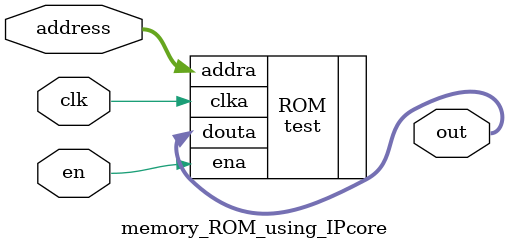
<source format=v>
`timescale 1ns / 1ps
module memory_ROM_using_IPcore(
    input en,clk,
    input [3:0] address,
    output [15:0] out
    );
	 test ROM (
  .clka(clk), // input clka
  .ena(en), // input ena
  .addra(address), // input [3 : 0] addra
  .douta(out) // output [15 : 0] douta
);


endmodule

</source>
